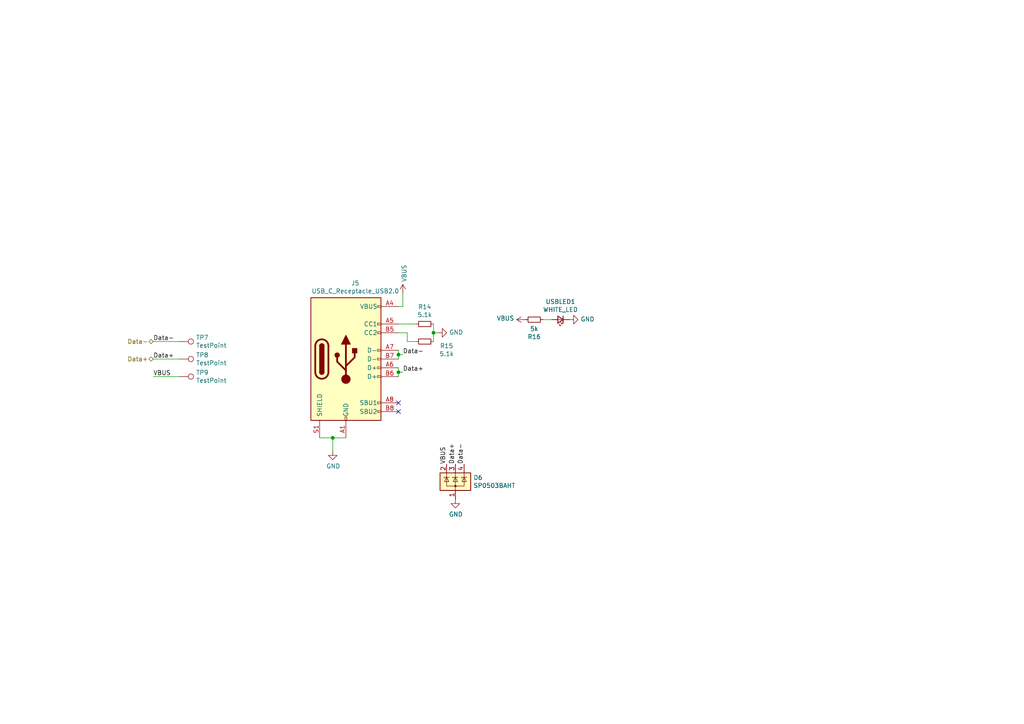
<source format=kicad_sch>
(kicad_sch (version 20231120) (generator "eeschema") (generator_version "8.0")
  (paper "A4")
  (lib_symbols
    (symbol "Connector:TestPoint" (pin_numbers hide) (pin_names (offset 0.762) hide)
      (property "Reference" "TP" (at 0 6.858 0))
      (property "Value" "TestPoint" (at 0 5.08 0))
      (symbol "TestPoint_0_1"
        (circle (center 0 3.302) (radius 0.762))
      )
      (symbol "TestPoint_1_1"
        (pin passive line (at 0 0 90) (length 2.54) (name "1") (number "1"))
      )
    )
    (symbol "Connector:USB_C_Receptacle_USB2.0" (pin_names (offset 1.016))
      (property "Reference" "J" (at -10.16 19.05 0))
      (property "Value" "USB_C_Receptacle_USB2.0" (at 19.05 19.05 0))
      (symbol "USB_C_Receptacle_USB2.0_0_0"
        (rectangle (start -0.254 -17.78) (end 0.254 -16.764))
        (rectangle (start 10.16 -14.986) (end 9.144 -15.494))
        (rectangle (start 10.16 -12.446) (end 9.144 -12.954))
        (rectangle (start 10.16 -4.826) (end 9.144 -5.334))
        (rectangle (start 10.16 -2.286) (end 9.144 -2.794))
        (rectangle (start 10.16 0.254) (end 9.144 -0.254))
        (rectangle (start 10.16 2.794) (end 9.144 2.286))
        (rectangle (start 10.16 7.874) (end 9.144 7.366))
        (rectangle (start 10.16 10.414) (end 9.144 9.906))
        (rectangle (start 10.16 15.494) (end 9.144 14.986))
      )
      (symbol "USB_C_Receptacle_USB2.0_0_1"
        (rectangle (start -10.16 17.78) (end 10.16 -17.78) (stroke (width 0.254)) (fill (type background)))
        (arc (start -8.89 -3.81) (mid -6.985 -5.7067) (end -5.08 -3.81) (stroke (width 0.508)))
        (arc (start -7.62 -3.81) (mid -6.985 -4.4423) (end -6.35 -3.81) (stroke (width 0.254)))
        (arc (start -7.62 -3.81) (mid -6.985 -4.4423) (end -6.35 -3.81) (stroke (width 0.254)) (fill (type outline)))
        (rectangle (start -7.62 -3.81) (end -6.35 3.81) (stroke (width 0.254)) (fill (type outline)))
        (arc (start -6.35 3.81) (mid -6.985 4.4423) (end -7.62 3.81) (stroke (width 0.254)))
        (arc (start -6.35 3.81) (mid -6.985 4.4423) (end -7.62 3.81) (stroke (width 0.254)) (fill (type outline)))
        (arc (start -5.08 3.81) (mid -6.985 5.7067) (end -8.89 3.81) (stroke (width 0.508)))
        (circle (center -2.54 1.143) (radius 0.635) (stroke (width 0.254)) (fill (type outline)))
        (circle (center 0 -5.842) (radius 1.27) (fill (type outline)))
        (polyline (pts (xy -8.89 -3.81) (xy -8.89 3.81)) (stroke (width 0.508)))
        (polyline (pts (xy -5.08 3.81) (xy -5.08 -3.81)) (stroke (width 0.508)))
        (polyline (pts (xy 0 -5.842) (xy 0 4.318)) (stroke (width 0.508)))
        (polyline (pts (xy 0 -3.302) (xy -2.54 -0.762) (xy -2.54 0.508)) (stroke (width 0.508)))
        (polyline (pts (xy 0 -2.032) (xy 2.54 0.508) (xy 2.54 1.778)) (stroke (width 0.508)))
        (polyline (pts (xy -1.27 4.318) (xy 0 6.858) (xy 1.27 4.318) (xy -1.27 4.318)) (stroke (width 0.254)) (fill (type outline)))
        (rectangle (start 1.905 1.778) (end 3.175 3.048) (stroke (width 0.254)) (fill (type outline)))
      )
      (symbol "USB_C_Receptacle_USB2.0_1_1"
        (pin passive line (at 0 -22.86 90) (length 5.08) (name "GND") (number "A1"))
        (pin passive line (at 0 -22.86 90) (length 5.08) hide (name "GND") (number "A12"))
        (pin passive line (at 15.24 15.24 180) (length 5.08) (name "VBUS") (number "A4"))
        (pin bidirectional line (at 15.24 10.16 180) (length 5.08) (name "CC1") (number "A5"))
        (pin bidirectional line (at 15.24 -2.54 180) (length 5.08) (name "D+") (number "A6"))
        (pin bidirectional line (at 15.24 2.54 180) (length 5.08) (name "D-") (number "A7"))
        (pin bidirectional line (at 15.24 -12.7 180) (length 5.08) (name "SBU1") (number "A8"))
        (pin passive line (at 15.24 15.24 180) (length 5.08) hide (name "VBUS") (number "A9"))
        (pin passive line (at 0 -22.86 90) (length 5.08) hide (name "GND") (number "B1"))
        (pin passive line (at 0 -22.86 90) (length 5.08) hide (name "GND") (number "B12"))
        (pin passive line (at 15.24 15.24 180) (length 5.08) hide (name "VBUS") (number "B4"))
        (pin bidirectional line (at 15.24 7.62 180) (length 5.08) (name "CC2") (number "B5"))
        (pin bidirectional line (at 15.24 -5.08 180) (length 5.08) (name "D+") (number "B6"))
        (pin bidirectional line (at 15.24 0 180) (length 5.08) (name "D-") (number "B7"))
        (pin bidirectional line (at 15.24 -15.24 180) (length 5.08) (name "SBU2") (number "B8"))
        (pin passive line (at 15.24 15.24 180) (length 5.08) hide (name "VBUS") (number "B9"))
        (pin passive line (at -7.62 -22.86 90) (length 5.08) (name "SHIELD") (number "S1"))
      )
    )
    (symbol "Device:LED_Small" (pin_numbers hide) (pin_names (offset 0.254) hide)
      (property "Reference" "D" (at -1.27 3.175 0))
      (property "Value" "LED_Small" (at -4.445 -2.54 0))
      (symbol "LED_Small_0_1"
        (polyline (pts (xy -0.762 -1.016) (xy -0.762 1.016)) (stroke (width 0.254)))
        (polyline (pts (xy 1.016 0) (xy -0.762 0)))
        (polyline (pts (xy 0.762 -1.016) (xy -0.762 0) (xy 0.762 1.016) (xy 0.762 -1.016)) (stroke (width 0.254)))
        (polyline (pts (xy 0 0.762) (xy -0.508 1.27) (xy -0.254 1.27) (xy -0.508 1.27) (xy -0.508 1.016)))
        (polyline (pts (xy 0.508 1.27) (xy 0 1.778) (xy 0.254 1.778) (xy 0 1.778) (xy 0 1.524)))
      )
      (symbol "LED_Small_1_1"
        (pin passive line (at -2.54 0 0) (length 1.778) (name "K") (number "1"))
        (pin passive line (at 2.54 0 180) (length 1.778) (name "A") (number "2"))
      )
    )
    (symbol "Device:R_Small" (pin_numbers hide) (pin_names (offset 0.254) hide)
      (property "Reference" "R" (at 0.762 0.508 0))
      (property "Value" "R_Small" (at 0.762 -1.016 0))
      (symbol "R_Small_0_1"
        (rectangle (start -0.762 1.778) (end 0.762 -1.778) (stroke (width 0.2032)))
      )
      (symbol "R_Small_1_1"
        (pin passive line (at 0 2.54 270) (length 0.762) (name "~") (number "1"))
        (pin passive line (at 0 -2.54 90) (length 0.762) (name "~") (number "2"))
      )
    )
    (symbol "Power_Protection:SP0503BAHT" (pin_names hide)
      (property "Reference" "D" (at 5.715 2.54 0))
      (property "Value" "SP0503BAHT" (at 5.715 0.635 0))
      (symbol "SP0503BAHT_0_0"
        (pin passive line (at 0 -5.08 90) (length 2.54) (name "A") (number "1"))
      )
      (symbol "SP0503BAHT_0_1"
        (rectangle (start -4.445 2.54) (end 4.445 -2.54) (stroke (width 0.254)) (fill (type background)))
        (circle (center 0 -1.27) (radius 0.254) (fill (type outline)))
        (polyline (pts (xy -2.54 2.54) (xy -2.54 1.27)))
        (polyline (pts (xy 0 -1.27) (xy 0 -2.54)))
        (polyline (pts (xy 0 -1.27) (xy 0 1.27)))
        (polyline (pts (xy 0 2.54) (xy 0 1.27)))
        (polyline (pts (xy 0.635 1.27) (xy 0.762 1.27)))
        (polyline (pts (xy 2.54 2.54) (xy 2.54 1.27)))
        (polyline (pts (xy 0.635 1.27) (xy -0.762 1.27) (xy -0.762 1.016)))
        (polyline (pts (xy -3.302 1.016) (xy -3.302 1.27) (xy -1.905 1.27) (xy -1.778 1.27)))
        (polyline (pts (xy -2.54 1.27) (xy -2.54 -1.27) (xy 2.54 -1.27) (xy 2.54 1.27)))
        (polyline (pts (xy -2.54 1.27) (xy -1.905 0) (xy -3.175 0) (xy -2.54 1.27)))
        (polyline (pts (xy 0.635 0) (xy -0.635 0) (xy 0 1.27) (xy 0.635 0)))
        (polyline (pts (xy 1.778 1.016) (xy 1.778 1.27) (xy 3.175 1.27) (xy 3.302 1.27)))
        (polyline (pts (xy 2.54 1.27) (xy 1.905 0) (xy 3.175 0) (xy 2.54 1.27)))
      )
      (symbol "SP0503BAHT_1_1"
        (pin passive line (at -2.54 5.08 270) (length 2.54) (name "K") (number "2"))
        (pin passive line (at 0 5.08 270) (length 2.54) (name "K") (number "3"))
        (pin passive line (at 2.54 5.08 270) (length 2.54) (name "K") (number "4"))
      )
    )
    (symbol "power:GND" (power) (pin_names (offset 0))
      (property "Value" "GND" (at 0 -3.81 0))
      (symbol "GND_0_1"
        (polyline (pts (xy 0 0) (xy 0 -1.27) (xy 1.27 -1.27) (xy 0 -2.54) (xy -1.27 -1.27) (xy 0 -1.27)))
      )
      (symbol "GND_1_1"
        (pin power_in line (at 0 0 270) (length 0) hide (name "GND") (number "1"))
      )
    )
    (symbol "power:VBUS" (power) (pin_names (offset 0))
      (property "Value" "VBUS" (at 0 3.81 0))
      (symbol "VBUS_0_1"
        (polyline (pts (xy -0.762 1.27) (xy 0 2.54)))
        (polyline (pts (xy 0 0) (xy 0 2.54)))
        (polyline (pts (xy 0 2.54) (xy 0.762 1.27)))
      )
      (symbol "VBUS_1_1"
        (pin power_in line (at 0 0 90) (length 0) hide (name "VBUS") (number "1"))
      )
    )
  )
  (junction (at 115.57 107.95))
  (junction (at 125.73 96.52))
  (junction (at 96.52 127))
  (junction (at 115.57 102.87))
  (no_connect (at 115.57 119.38))
  (no_connect (at 115.57 116.84))
  (wire (pts (xy 115.57 96.52) (xy 118.11 96.52)))
  (wire (pts (xy 44.45 109.22) (xy 52.07 109.22)))
  (wire (pts (xy 44.45 104.14) (xy 52.07 104.14)))
  (wire (pts (xy 96.52 127) (xy 96.52 130.81)))
  (wire (pts (xy 115.57 107.95) (xy 115.57 109.22)))
  (wire (pts (xy 118.11 96.52) (xy 118.11 99.06)))
  (wire (pts (xy 160.02 92.71) (xy 157.48 92.71)))
  (wire (pts (xy 115.57 102.87) (xy 115.57 101.6)))
  (wire (pts (xy 115.57 102.87) (xy 116.84 102.87)))
  (wire (pts (xy 116.84 85.09) (xy 116.84 88.9)))
  (wire (pts (xy 125.73 93.98) (xy 125.73 96.52)))
  (wire (pts (xy 92.71 127) (xy 96.52 127)))
  (wire (pts (xy 115.57 93.98) (xy 120.65 93.98)))
  (wire (pts (xy 125.73 99.06) (xy 125.73 96.52)))
  (wire (pts (xy 96.52 127) (xy 100.33 127)))
  (wire (pts (xy 125.73 96.52) (xy 127 96.52)))
  (wire (pts (xy 115.57 106.68) (xy 115.57 107.95)))
  (wire (pts (xy 115.57 104.14) (xy 115.57 102.87)))
  (wire (pts (xy 115.57 107.95) (xy 116.84 107.95)))
  (wire (pts (xy 116.84 88.9) (xy 115.57 88.9)))
  (wire (pts (xy 118.11 99.06) (xy 120.65 99.06)))
  (wire (pts (xy 44.45 99.06) (xy 52.07 99.06)))
  (label "Data+" (at 132.08 134.62 90))
  (label "VBUS" (at 129.54 134.62 90))
  (label "Data+" (at 44.45 104.14 0))
  (label "Data-" (at 44.45 99.06 0))
  (label "Data-" (at 134.62 134.62 90))
  (label "Data-" (at 116.84 102.87 0))
  (label "VBUS" (at 44.45 109.22 0))
  (label "Data+" (at 116.84 107.95 0))
  (hierarchical_label "Data-" (shape bidirectional) (at 44.45 99.06 180))
  (hierarchical_label "Data+" (shape bidirectional) (at 44.45 104.14 180))
  (symbol (lib_id "power:GND") (at 127 96.52 90) (unit 1)
    (property "Reference" "#PWR038" (effects (hide yes)))
    (property "Value" "GND" (at 130.2512 96.393 90) (effects (justify right)))
  )
  (symbol (lib_id "Device:R_Small") (at 123.19 99.06 270) (unit 1)
    (property "Reference" "R15" (at 129.54 100.33 90))
    (property "Value" "5.1k" (at 129.54 102.6414 90))
    (property "Footprint" "Resistor_SMD:R_0402_1005Metric" (effects (hide yes)))
  )
  (symbol (lib_id "Device:R_Small") (at 123.19 93.98 90) (unit 1)
    (property "Reference" "R14" (at 123.19 89.0016 90))
    (property "Value" "5.1k" (at 123.19 91.313 90))
    (property "Footprint" "Resistor_SMD:R_0402_1005Metric" (effects (hide yes)))
  )
  (symbol (lib_id "power:GND") (at 96.52 130.81 0) (unit 1)
    (property "Reference" "#PWR036" (effects (hide yes)))
    (property "Value" "GND" (at 96.647 135.2042 0))
  )
  (symbol (lib_id "Connector:USB_C_Receptacle_USB2.0") (at 100.33 104.14 0) (unit 1)
    (property "Reference" "J5" (at 103.0478 82.1182 0))
    (property "Value" "USB_C_Receptacle_USB2.0" (at 103.0478 84.4296 0))
    (property "Footprint" "Connector_USB:USB_C_Receptacle_Palconn_UTC16-G" (effects (hide yes)))
    (property "Datasheet" "https://www.usb.org/sites/default/files/documents/usb_type-c.zip" (effects (hide yes)))
  )
  (symbol (lib_id "power:GND") (at 132.08 144.78 0) (unit 1)
    (property "Reference" "#PWR039" (effects (hide yes)))
    (property "Value" "GND" (at 132.207 149.1742 0))
  )
  (symbol (lib_id "Power_Protection:SP0503BAHT") (at 132.08 139.7 0) (unit 1)
    (property "Reference" "D6" (at 137.287 138.5316 0) (effects (justify left)))
    (property "Value" "SP0503BAHT" (at 137.287 140.843 0) (effects (justify left)))
    (property "Footprint" "Package_TO_SOT_SMD:SOT-143" (effects (hide yes)))
    (property "Datasheet" "http://www.littelfuse.com/~/media/files/littelfuse/technical%20resources/documents/data%20sheets/sp05xxba.pdf" (effects (hide yes)))
  )
  (symbol (lib_id "power:VBUS") (at 116.84 85.09 0) (unit 1)
    (property "Reference" "#PWR037" (effects (hide yes)))
    (property "Value" "VBUS" (at 117.221 81.8388 90) (effects (justify left)))
  )
  (symbol (lib_id "Connector:TestPoint") (at 52.07 99.06 270) (unit 1)
    (property "Reference" "TP7" (at 56.8452 97.8916 90) (effects (justify left)))
    (property "Value" "TestPoint" (at 56.8452 100.203 90) (effects (justify left)))
    (property "Footprint" "TestPoint:TestPoint_Pad_D1.0mm" (effects (hide yes)))
  )
  (symbol (lib_id "Connector:TestPoint") (at 52.07 104.14 270) (unit 1)
    (property "Reference" "TP8" (at 56.8452 102.9716 90) (effects (justify left)))
    (property "Value" "TestPoint" (at 56.8452 105.283 90) (effects (justify left)))
    (property "Footprint" "TestPoint:TestPoint_Pad_D1.0mm" (effects (hide yes)))
  )
  (symbol (lib_id "Connector:TestPoint") (at 52.07 109.22 270) (unit 1)
    (property "Reference" "TP9" (at 56.8452 108.0516 90) (effects (justify left)))
    (property "Value" "TestPoint" (at 56.8452 110.363 90) (effects (justify left)))
    (property "Footprint" "TestPoint:TestPoint_Pad_D1.0mm" (effects (hide yes)))
  )
  (symbol (lib_id "Device:LED_Small") (at 162.56 92.71 180) (unit 1)
    (property "Reference" "USBLED1" (at 162.56 87.503 0))
    (property "Value" "WHITE_LED" (at 162.56 89.8144 0))
    (property "Footprint" "LED_SMD:LED_0402_1005Metric" (effects (hide yes)))
  )
  (symbol (lib_id "Device:R_Small") (at 154.94 92.71 90) (unit 1)
    (property "Reference" "R16" (at 154.94 97.6884 90))
    (property "Value" "5k" (at 154.94 95.377 90))
    (property "Footprint" "Resistor_SMD:R_0402_1005Metric" (effects (hide yes)))
  )
  (symbol (lib_id "power:GND") (at 165.1 92.71 90) (unit 1)
    (property "Reference" "#PWR041" (effects (hide yes)))
    (property "Value" "GND" (at 168.3512 92.583 90) (effects (justify right)))
  )
  (symbol (lib_id "power:VBUS") (at 152.4 92.71 90) (unit 1)
    (property "Reference" "#PWR040" (effects (hide yes)))
    (property "Value" "VBUS" (at 149.1488 92.329 90) (effects (justify left)))
  )
)
</source>
